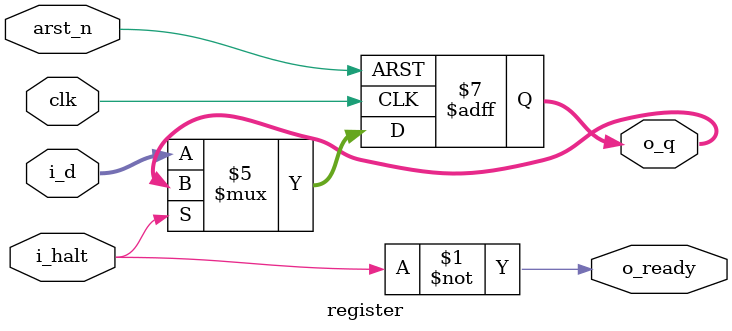
<source format=v>
`timescale 1ns/1ps

module register #(parameter WIDTH=8) (
    input   wire    [WIDTH-1:0]     i_d,

    input   wire                    clk,
    input   wire                    arst_n,
    input   wire                    i_halt,

    output  reg     [WIDTH-1:0]     o_q,
    output  wire                    o_ready
);
    
    assign o_ready = ~i_halt;

    always @(posedge clk, negedge arst_n) begin
        if(~arst_n) begin
            o_q <= {WIDTH{1'b0}};
        end
        else if(~i_halt) begin
            o_q <= i_d;
        end
    end
	
endmodule

</source>
